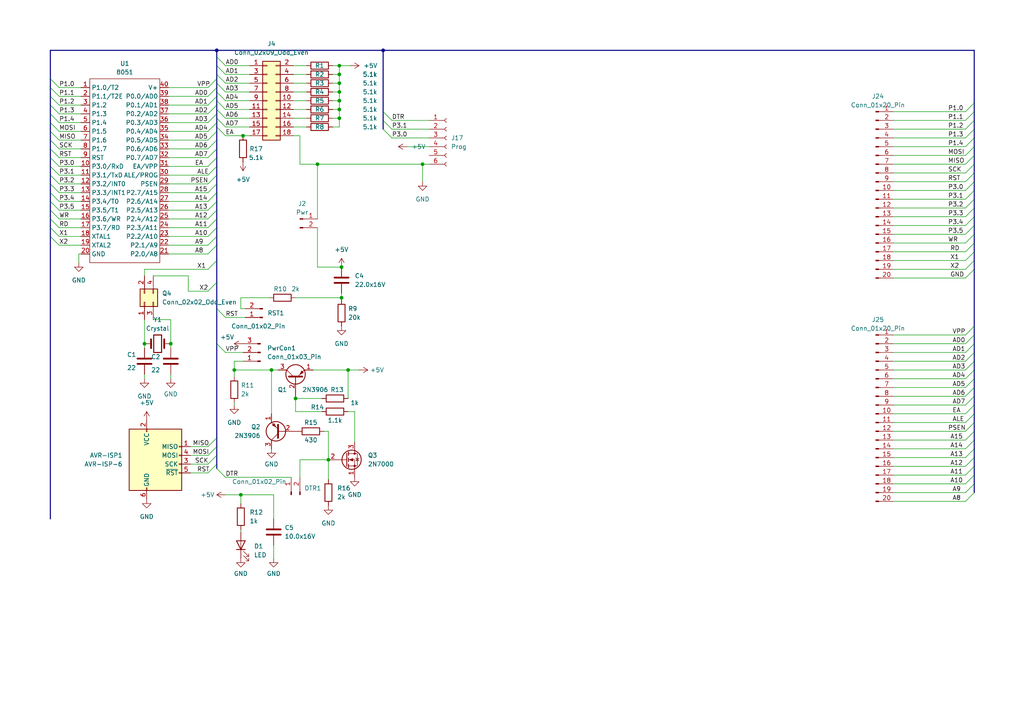
<source format=kicad_sch>
(kicad_sch (version 20250114) (generator "eeschema") (generator_version "9.0")
  (paper "A4")
  (lib_symbols
    (symbol "Connector:AVR-ISP-6" (pin_names (offset 1.016))
      (property "Reference" "J" (at -6.35 11.43 0))
      (property "Value" "AVR-ISP-6" (at 0 11.43 0))
      (symbol "AVR-ISP-6_1_1"
        (pin passive line (at -2.54 12.7 270) (length 2.54) (name "VCC") (number "2"))
        (pin passive line (at -2.54 -10.16 90) (length 2.54) (name "GND") (number "6"))
        (pin passive line (at 10.16 5.08 180) (length 2.54) (name "MISO") (number "1"))
        (pin passive line (at 10.16 2.54 180) (length 2.54) (name "MOSI") (number "4"))
        (pin passive line (at 10.16 0 180) (length 2.54) (name "SCK") (number "3"))
        (pin passive line (at 10.16 -2.54 180) (length 2.54) (name "~{RST}") (number "5"))
      )
    )
    (symbol "Connector:Conn_01x02_Pin" (pin_names (offset 1.016) (hide yes))
      (property "Reference" "J" (at 0 2.54 0))
      (property "Value" "Conn_01x02_Pin" (at 0 -5.08 0))
      (symbol "Conn_01x02_Pin_1_1"
        (pin passive line (at 5.08 0 180) (length 3.81) (name "Pin_1") (number "1"))
        (pin passive line (at 5.08 -2.54 180) (length 3.81) (name "Pin_2") (number "2"))
      )
    )
    (symbol "Connector:Conn_01x03_Pin" (pin_names (offset 1.016) (hide yes))
      (property "Reference" "J" (at 0 5.08 0))
      (property "Value" "Conn_01x03_Pin" (at 0 -5.08 0))
      (symbol "Conn_01x03_Pin_1_1"
        (pin passive line (at 5.08 2.54 180) (length 3.81) (name "Pin_1") (number "1"))
        (pin passive line (at 5.08 0 180) (length 3.81) (name "Pin_2") (number "2"))
        (pin passive line (at 5.08 -2.54 180) (length 3.81) (name "Pin_3") (number "3"))
      )
    )
    (symbol "Connector:Conn_01x06_Socket" (pin_names (offset 1.016) (hide yes))
      (property "Reference" "J" (at 0 7.62 0))
      (property "Value" "Conn_01x06_Socket" (at 0 -10.16 0))
      (symbol "Conn_01x06_Socket_1_1"
        (pin passive line (at -5.08 5.08 0) (length 3.81) (name "Pin_1") (number "1"))
        (pin passive line (at -5.08 2.54 0) (length 3.81) (name "Pin_2") (number "2"))
        (pin passive line (at -5.08 0 0) (length 3.81) (name "Pin_3") (number "3"))
        (pin passive line (at -5.08 -2.54 0) (length 3.81) (name "Pin_4") (number "4"))
        (pin passive line (at -5.08 -5.08 0) (length 3.81) (name "Pin_5") (number "5"))
        (pin passive line (at -5.08 -7.62 0) (length 3.81) (name "Pin_6") (number "6"))
      )
    )
    (symbol "Connector:Conn_01x20_Pin" (pin_names (offset 1.016) (hide yes))
      (property "Reference" "J" (at 0 25.4 0))
      (property "Value" "Conn_01x20_Pin" (at 0 -27.94 0))
      (symbol "Conn_01x20_Pin_1_1"
        (pin passive line (at 5.08 22.86 180) (length 3.81) (name "Pin_1") (number "1"))
        (pin passive line (at 5.08 20.32 180) (length 3.81) (name "Pin_2") (number "2"))
        (pin passive line (at 5.08 17.78 180) (length 3.81) (name "Pin_3") (number "3"))
        (pin passive line (at 5.08 15.24 180) (length 3.81) (name "Pin_4") (number "4"))
        (pin passive line (at 5.08 12.7 180) (length 3.81) (name "Pin_5") (number "5"))
        (pin passive line (at 5.08 10.16 180) (length 3.81) (name "Pin_6") (number "6"))
        (pin passive line (at 5.08 7.62 180) (length 3.81) (name "Pin_7") (number "7"))
        (pin passive line (at 5.08 5.08 180) (length 3.81) (name "Pin_8") (number "8"))
        (pin passive line (at 5.08 2.54 180) (length 3.81) (name "Pin_9") (number "9"))
        (pin passive line (at 5.08 0 180) (length 3.81) (name "Pin_10") (number "10"))
        (pin passive line (at 5.08 -2.54 180) (length 3.81) (name "Pin_11") (number "11"))
        (pin passive line (at 5.08 -5.08 180) (length 3.81) (name "Pin_12") (number "12"))
        (pin passive line (at 5.08 -7.62 180) (length 3.81) (name "Pin_13") (number "13"))
        (pin passive line (at 5.08 -10.16 180) (length 3.81) (name "Pin_14") (number "14"))
        (pin passive line (at 5.08 -12.7 180) (length 3.81) (name "Pin_15") (number "15"))
        (pin passive line (at 5.08 -15.24 180) (length 3.81) (name "Pin_16") (number "16"))
        (pin passive line (at 5.08 -17.78 180) (length 3.81) (name "Pin_17") (number "17"))
        (pin passive line (at 5.08 -20.32 180) (length 3.81) (name "Pin_18") (number "18"))
        (pin passive line (at 5.08 -22.86 180) (length 3.81) (name "Pin_19") (number "19"))
        (pin passive line (at 5.08 -25.4 180) (length 3.81) (name "Pin_20") (number "20"))
      )
    )
    (symbol "Connector_Generic:Conn_02x02_Odd_Even" (pin_names (offset 1.016) (hide yes))
      (property "Reference" "J" (at 1.27 2.54 0))
      (property "Value" "Conn_02x02_Odd_Even" (at 1.27 -5.08 0))
      (symbol "Conn_02x02_Odd_Even_1_1"
        (pin passive line (at -5.08 0 0) (length 3.81) (name "Pin_1") (number "1"))
        (pin passive line (at -5.08 -2.54 0) (length 3.81) (name "Pin_3") (number "3"))
        (pin passive line (at 7.62 0 180) (length 3.81) (name "Pin_2") (number "2"))
        (pin passive line (at 7.62 -2.54 180) (length 3.81) (name "Pin_4") (number "4"))
      )
    )
    (symbol "Connector_Generic:Conn_02x09_Odd_Even" (pin_names (offset 1.016) (hide yes))
      (property "Reference" "J" (at 1.27 12.7 0))
      (property "Value" "Conn_02x09_Odd_Even" (at 1.27 -12.7 0))
      (symbol "Conn_02x09_Odd_Even_1_1"
        (pin passive line (at -5.08 10.16 0) (length 3.81) (name "Pin_1") (number "1"))
        (pin passive line (at -5.08 7.62 0) (length 3.81) (name "Pin_3") (number "3"))
        (pin passive line (at -5.08 5.08 0) (length 3.81) (name "Pin_5") (number "5"))
        (pin passive line (at -5.08 2.54 0) (length 3.81) (name "Pin_7") (number "7"))
        (pin passive line (at -5.08 0 0) (length 3.81) (name "Pin_9") (number "9"))
        (pin passive line (at -5.08 -2.54 0) (length 3.81) (name "Pin_11") (number "11"))
        (pin passive line (at -5.08 -5.08 0) (length 3.81) (name "Pin_13") (number "13"))
        (pin passive line (at -5.08 -7.62 0) (length 3.81) (name "Pin_15") (number "15"))
        (pin passive line (at -5.08 -10.16 0) (length 3.81) (name "Pin_17") (number "17"))
        (pin passive line (at 7.62 10.16 180) (length 3.81) (name "Pin_2") (number "2"))
        (pin passive line (at 7.62 7.62 180) (length 3.81) (name "Pin_4") (number "4"))
        (pin passive line (at 7.62 5.08 180) (length 3.81) (name "Pin_6") (number "6"))
        (pin passive line (at 7.62 2.54 180) (length 3.81) (name "Pin_8") (number "8"))
        (pin passive line (at 7.62 0 180) (length 3.81) (name "Pin_10") (number "10"))
        (pin passive line (at 7.62 -2.54 180) (length 3.81) (name "Pin_12") (number "12"))
        (pin passive line (at 7.62 -5.08 180) (length 3.81) (name "Pin_14") (number "14"))
        (pin passive line (at 7.62 -7.62 180) (length 3.81) (name "Pin_16") (number "16"))
        (pin passive line (at 7.62 -10.16 180) (length 3.81) (name "Pin_18") (number "18"))
      )
    )
    (symbol "Device:C" (pin_numbers (hide yes)) (pin_names (offset 0.254))
      (property "Reference" "C" (at 0.635 2.54 0))
      (property "Value" "C" (at 0.635 -2.54 0))
      (symbol "C_1_1"
        (pin passive line (at 0 3.81 270) (length 2.794) (name "~") (number "1"))
        (pin passive line (at 0 -3.81 90) (length 2.794) (name "~") (number "2"))
      )
    )
    (symbol "Device:Crystal" (pin_numbers (hide yes)) (pin_names (offset 1.016) (hide yes))
      (property "Reference" "Y" (at 0 3.81 0))
      (property "Value" "Crystal" (at 0 -3.81 0))
      (symbol "Crystal_1_1"
        (pin passive line (at -3.81 0 0) (length 1.27) (name "1") (number "1"))
        (pin passive line (at 3.81 0 180) (length 1.27) (name "2") (number "2"))
      )
    )
    (symbol "Device:LED" (pin_numbers (hide yes)) (pin_names (offset 1.016) (hide yes))
      (property "Reference" "D" (at 0 2.54 0))
      (property "Value" "LED" (at 0 -2.54 0))
      (symbol "LED_1_1"
        (pin passive line (at -3.81 0 0) (length 2.54) (name "K") (number "1"))
        (pin passive line (at 3.81 0 180) (length 2.54) (name "A") (number "2"))
      )
    )
    (symbol "Device:R" (pin_numbers (hide yes)) (pin_names (offset 0))
      (property "Reference" "R" (at 2.032 0 90))
      (property "Value" "R" (at 0 0 90))
      (symbol "R_1_1"
        (pin passive line (at 0 3.81 270) (length 1.27) (name "~") (number "1"))
        (pin passive line (at 0 -3.81 90) (length 1.27) (name "~") (number "2"))
      )
    )
    (symbol "Transistor_BJT:2N3906" (pin_names (offset 0) (hide yes))
      (property "Reference" "Q" (at 5.08 1.905 0))
      (property "Value" "2N3906" (at 5.08 0 0))
      (symbol "2N3906_1_1"
        (pin input line (at -5.08 0 0) (length 5.715) (name "B") (number "2"))
        (pin passive line (at 2.54 5.08 270) (length 2.54) (name "C") (number "3"))
        (pin passive line (at 2.54 -5.08 90) (length 2.54) (name "E") (number "1"))
      )
    )
    (symbol "Transistor_FET:2N7000" (pin_names (hide yes))
      (property "Reference" "Q" (at 5.08 1.905 0))
      (property "Value" "2N7000" (at 5.08 0 0))
      (symbol "2N7000_1_1"
        (pin input line (at -5.08 0 0) (length 2.54) (name "G") (number "2"))
        (pin passive line (at 2.54 5.08 270) (length 2.54) (name "D") (number "3"))
        (pin passive line (at 2.54 -5.08 90) (length 2.54) (name "S") (number "1"))
      )
    )
    (symbol "dmitriy:8051_classic"
      (property "Reference" "U" (at 0 0 0))
      (property "Value" "8051" (at 0 0 0))
      (symbol "8051_classic_1_1"
        (pin bidirectional line (at -12.7 20.32 0) (length 2.54) (name "P1.0/T2") (number "1"))
        (pin bidirectional line (at -12.7 17.78 0) (length 2.54) (name "P1.1/T2E") (number "2"))
        (pin bidirectional line (at -12.7 15.24 0) (length 2.54) (name "P1.2") (number "3"))
        (pin bidirectional line (at -12.7 12.7 0) (length 2.54) (name "P1.3") (number "4"))
        (pin bidirectional line (at -12.7 10.16 0) (length 2.54) (name "P1.4") (number "5"))
        (pin bidirectional line (at -12.7 7.62 0) (length 2.54) (name "P1.5") (number "6"))
        (pin bidirectional line (at -12.7 5.08 0) (length 2.54) (name "P1.6") (number "7"))
        (pin bidirectional line (at -12.7 2.54 0) (length 2.54) (name "P1.7") (number "8"))
        (pin input line (at -12.7 0 0) (length 2.54) (name "RST") (number "9"))
        (pin bidirectional line (at -12.7 -2.54 0) (length 2.54) (name "P3.0/RxD") (number "10"))
        (pin bidirectional line (at -12.7 -5.08 0) (length 2.54) (name "P3.1/TxD") (number "11"))
        (pin bidirectional line (at -12.7 -7.62 0) (length 2.54) (name "P3.2/INT0") (number "12"))
        (pin bidirectional line (at -12.7 -10.16 0) (length 2.54) (name "P3.3/INT1") (number "13"))
        (pin bidirectional line (at -12.7 -12.7 0) (length 2.54) (name "P3.4/T0") (number "14"))
        (pin bidirectional line (at -12.7 -15.24 0) (length 2.54) (name "P3.5/T1") (number "15"))
        (pin bidirectional line (at -12.7 -17.78 0) (length 2.54) (name "P3.6/WR") (number "16"))
        (pin bidirectional line (at -12.7 -20.32 0) (length 2.54) (name "P3.7/RD") (number "17"))
        (pin passive line (at -12.7 -22.86 0) (length 2.54) (name "XTAL1") (number "18"))
        (pin passive line (at -12.7 -25.4 0) (length 2.54) (name "XTAL2") (number "19"))
        (pin power_in line (at -12.7 -27.94 0) (length 2.54) (name "GND") (number "20"))
        (pin power_in line (at 12.7 20.32 180) (length 2.54) (name "V+") (number "40"))
        (pin bidirectional line (at 12.7 17.78 180) (length 2.54) (name "P0.0/AD0") (number "39"))
        (pin bidirectional line (at 12.7 15.24 180) (length 2.54) (name "P0.1/AD1") (number "38"))
        (pin bidirectional line (at 12.7 12.7 180) (length 2.54) (name "P0.2/AD2") (number "37"))
        (pin bidirectional line (at 12.7 10.16 180) (length 2.54) (name "P0.3/AD3") (number "36"))
        (pin bidirectional line (at 12.7 7.62 180) (length 2.54) (name "P0.4/AD4") (number "35"))
        (pin bidirectional line (at 12.7 5.08 180) (length 2.54) (name "P0.5/AD5") (number "34"))
        (pin bidirectional line (at 12.7 2.54 180) (length 2.54) (name "P0.6/AD6") (number "33"))
        (pin bidirectional line (at 12.7 0 180) (length 2.54) (name "P0.7/AD7") (number "32"))
        (pin input line (at 12.7 -2.54 180) (length 2.54) (name "EA/VPP") (number "31"))
        (pin bidirectional line (at 12.7 -5.08 180) (length 2.54) (name "ALE/PROG") (number "30"))
        (pin input line (at 12.7 -7.62 180) (length 2.54) (name "PSEN") (number "29"))
        (pin bidirectional line (at 12.7 -10.16 180) (length 2.54) (name "P2.7/A15") (number "28"))
        (pin bidirectional line (at 12.7 -12.7 180) (length 2.54) (name "P2.6/A14") (number "27"))
        (pin bidirectional line (at 12.7 -15.24 180) (length 2.54) (name "P2.5/A13") (number "26"))
        (pin bidirectional line (at 12.7 -17.78 180) (length 2.54) (name "P2.4/A12") (number "25"))
        (pin bidirectional line (at 12.7 -20.32 180) (length 2.54) (name "P2.3/A11") (number "24"))
        (pin bidirectional line (at 12.7 -22.86 180) (length 2.54) (name "P2.2/A10") (number "23"))
        (pin bidirectional line (at 12.7 -25.4 180) (length 2.54) (name "P2.1/A9") (number "22"))
        (pin bidirectional line (at 12.7 -27.94 180) (length 2.54) (name "P2.0/A8") (number "21"))
      )
    )
    (symbol "power:+5V" (power) (pin_names (offset 0))
      (property "Value" "+5V" (at 0 3.556 0))
      (symbol "+5V_1_1"
        (pin power_in line (at 0 0 90) (length 0) (hide yes) (name "+5V") (number "1"))
      )
    )
    (symbol "power:GND" (power) (pin_names (offset 0))
      (property "Value" "GND" (at 0 -3.81 0))
      (symbol "GND_1_1"
        (pin power_in line (at 0 0 270) (length 0) (hide yes) (name "GND") (number "1"))
      )
    )
  )
  (junction (at 122.555 47.625))
  (junction (at 98.425 29.21))
  (junction (at 85.725 115.57))
  (junction (at 98.425 19.05))
  (junction (at 69.85 143.51))
  (junction (at 95.25 133.35))
  (junction (at 98.425 26.67))
  (junction (at 99.06 77.47))
  (junction (at 62.865 14.605))
  (junction (at 100.965 107.315))
  (junction (at 92.075 47.625))
  (junction (at 98.425 21.59))
  (junction (at 49.53 99.695))
  (junction (at 99.06 86.36))
  (junction (at 70.485 39.37))
  (junction (at 78.74 107.315))
  (junction (at 98.425 34.29))
  (junction (at 111.125 14.605))
  (junction (at 67.945 107.315))
  (junction (at 98.425 31.75))
  (junction (at 41.91 99.695))
  (junction (at 98.425 24.13))
  (bus_entry (at 14.605 40.64) (size 2.54 2.54))
  (bus_entry (at 14.605 33.02) (size 2.54 2.54))
  (bus_entry (at 280.035 102.235) (size 2.54 -2.54))
  (bus_entry (at 280.035 117.475) (size 2.54 -2.54))
  (bus_entry (at 60.325 40.64) (size 2.54 -2.54))
  (bus_entry (at 60.325 84.455) (size 2.54 -2.54))
  (bus_entry (at 62.865 89.535) (size 2.54 2.54))
  (bus_entry (at 60.325 58.42) (size 2.54 -2.54))
  (bus_entry (at 60.325 68.58) (size 2.54 -2.54))
  (bus_entry (at 65.405 26.67) (size -2.54 -2.54))
  (bus_entry (at 60.325 129.54) (size 2.54 -2.54))
  (bus_entry (at 60.325 137.16) (size 2.54 -2.54))
  (bus_entry (at 14.605 25.4) (size 2.54 2.54))
  (bus_entry (at 14.605 53.34) (size 2.54 2.54))
  (bus_entry (at 60.325 38.1) (size 2.54 -2.54))
  (bus_entry (at 280.035 60.325) (size 2.54 -2.54))
  (bus_entry (at 14.605 50.8) (size 2.54 2.54))
  (bus_entry (at 280.035 114.935) (size 2.54 -2.54))
  (bus_entry (at 60.325 71.12) (size 2.54 -2.54))
  (bus_entry (at 60.325 66.04) (size 2.54 -2.54))
  (bus_entry (at 65.405 34.29) (size -2.54 -2.54))
  (bus_entry (at 280.035 97.155) (size 2.54 -2.54))
  (bus_entry (at 60.325 55.88) (size 2.54 -2.54))
  (bus_entry (at 65.405 19.05) (size -2.54 -2.54))
  (bus_entry (at 280.035 42.545) (size 2.54 -2.54))
  (bus_entry (at 280.035 122.555) (size 2.54 -2.54))
  (bus_entry (at 280.035 142.875) (size 2.54 -2.54))
  (bus_entry (at 62.865 99.695) (size 2.54 2.54))
  (bus_entry (at 280.035 57.785) (size 2.54 -2.54))
  (bus_entry (at 280.035 55.245) (size 2.54 -2.54))
  (bus_entry (at 65.405 31.75) (size -2.54 -2.54))
  (bus_entry (at 60.325 35.56) (size 2.54 -2.54))
  (bus_entry (at 60.325 53.34) (size 2.54 -2.54))
  (bus_entry (at 280.035 104.775) (size 2.54 -2.54))
  (bus_entry (at 14.605 22.86) (size 2.54 2.54))
  (bus_entry (at 60.325 33.02) (size 2.54 -2.54))
  (bus_entry (at 60.325 134.62) (size 2.54 -2.54))
  (bus_entry (at 280.035 140.335) (size 2.54 -2.54))
  (bus_entry (at 60.325 73.66) (size 2.54 -2.54))
  (bus_entry (at 280.035 52.705) (size 2.54 -2.54))
  (bus_entry (at 17.145 66.04) (size -2.54 -2.54))
  (bus_entry (at 280.035 70.485) (size 2.54 -2.54))
  (bus_entry (at 280.035 132.715) (size 2.54 -2.54))
  (bus_entry (at 17.145 48.26) (size -2.54 -2.54))
  (bus_entry (at 280.035 125.095) (size 2.54 -2.54))
  (bus_entry (at 60.325 48.26) (size 2.54 -2.54))
  (bus_entry (at 280.035 112.395) (size 2.54 -2.54))
  (bus_entry (at 14.605 27.94) (size 2.54 2.54))
  (bus_entry (at 111.125 37.465) (size 2.54 2.54))
  (bus_entry (at 14.605 58.42) (size 2.54 2.54))
  (bus_entry (at 280.035 65.405) (size 2.54 -2.54))
  (bus_entry (at 280.035 47.625) (size 2.54 -2.54))
  (bus_entry (at 280.035 107.315) (size 2.54 -2.54))
  (bus_entry (at 14.605 55.88) (size 2.54 2.54))
  (bus_entry (at 65.405 24.13) (size -2.54 -2.54))
  (bus_entry (at 60.325 27.94) (size 2.54 -2.54))
  (bus_entry (at 62.865 135.89) (size 2.54 2.54))
  (bus_entry (at 280.035 137.795) (size 2.54 -2.54))
  (bus_entry (at 280.035 34.925) (size 2.54 -2.54))
  (bus_entry (at 17.145 68.58) (size -2.54 -2.54))
  (bus_entry (at 17.145 63.5) (size -2.54 -2.54))
  (bus_entry (at 280.035 99.695) (size 2.54 -2.54))
  (bus_entry (at 60.325 30.48) (size 2.54 -2.54))
  (bus_entry (at 280.035 145.415) (size 2.54 -2.54))
  (bus_entry (at 280.035 37.465) (size 2.54 -2.54))
  (bus_entry (at 280.035 130.175) (size 2.54 -2.54))
  (bus_entry (at 280.035 50.165) (size 2.54 -2.54))
  (bus_entry (at 60.325 78.105) (size 2.54 -2.54))
  (bus_entry (at 60.325 25.4) (size 2.54 -2.54))
  (bus_entry (at 65.405 29.21) (size -2.54 -2.54))
  (bus_entry (at 60.325 43.18) (size 2.54 -2.54))
  (bus_entry (at 280.035 67.945) (size 2.54 -2.54))
  (bus_entry (at 14.605 30.48) (size 2.54 2.54))
  (bus_entry (at 280.035 73.025) (size 2.54 -2.54))
  (bus_entry (at 65.405 21.59) (size -2.54 -2.54))
  (bus_entry (at 280.035 32.385) (size 2.54 -2.54))
  (bus_entry (at 280.035 45.085) (size 2.54 -2.54))
  (bus_entry (at 280.035 78.105) (size 2.54 -2.54))
  (bus_entry (at 60.325 45.72) (size 2.54 -2.54))
  (bus_entry (at 280.035 127.635) (size 2.54 -2.54))
  (bus_entry (at 17.145 71.12) (size -2.54 -2.54))
  (bus_entry (at 280.035 75.565) (size 2.54 -2.54))
  (bus_entry (at 280.035 120.015) (size 2.54 -2.54))
  (bus_entry (at 111.125 34.925) (size 2.54 2.54))
  (bus_entry (at 280.035 135.255) (size 2.54 -2.54))
  (bus_entry (at 14.605 35.56) (size 2.54 2.54))
  (bus_entry (at 62.865 36.83) (size 2.54 2.54))
  (bus_entry (at 17.145 50.8) (size -2.54 -2.54))
  (bus_entry (at 280.035 40.005) (size 2.54 -2.54))
  (bus_entry (at 65.405 36.83) (size -2.54 -2.54))
  (bus_entry (at 60.325 60.96) (size 2.54 -2.54))
  (bus_entry (at 17.145 45.72) (size -2.54 -2.54))
  (bus_entry (at 60.325 63.5) (size 2.54 -2.54))
  (bus_entry (at 60.325 132.08) (size 2.54 -2.54))
  (bus_entry (at 280.035 62.865) (size 2.54 -2.54))
  (bus_entry (at 280.035 109.855) (size 2.54 -2.54))
  (bus_entry (at 14.605 38.1) (size 2.54 2.54))
  (bus_entry (at 60.325 50.8) (size 2.54 -2.54))
  (bus_entry (at 111.125 32.385) (size 2.54 2.54))
  (bus_entry (at 280.035 80.645) (size 2.54 -2.54))
  (bus (pts (xy 62.865 58.42) (xy 62.865 55.88)))
  (bus (pts (xy 282.575 102.235) (xy 282.575 104.775)))
  (wire (pts (xy 85.09 36.83) (xy 88.9 36.83)))
  (bus (pts (xy 62.865 58.42) (xy 62.865 60.96)))
  (wire (pts (xy 48.895 63.5) (xy 60.325 63.5)))
  (bus (pts (xy 62.865 134.62) (xy 62.865 135.89)))
  (bus (pts (xy 282.575 117.475) (xy 282.575 120.015)))
  (wire (pts (xy 65.405 138.43) (xy 84.455 138.43)))
  (bus (pts (xy 282.575 112.395) (xy 282.575 114.935)))
  (wire (pts (xy 17.145 53.34) (xy 23.495 53.34)))
  (bus (pts (xy 62.865 68.58) (xy 62.865 71.12)))
  (wire (pts (xy 85.09 34.29) (xy 88.9 34.29)))
  (wire (pts (xy 259.08 117.475) (xy 280.035 117.475)))
  (wire (pts (xy 48.895 38.1) (xy 60.325 38.1)))
  (wire (pts (xy 67.945 117.475) (xy 67.945 116.84)))
  (wire (pts (xy 259.08 102.235) (xy 280.035 102.235)))
  (bus (pts (xy 14.605 40.64) (xy 14.605 38.1)))
  (bus (pts (xy 282.575 32.385) (xy 282.575 34.925)))
  (bus (pts (xy 14.605 14.605) (xy 62.865 14.605)))
  (bus (pts (xy 282.575 140.335) (xy 282.575 142.875)))
  (bus (pts (xy 282.575 45.085) (xy 282.575 47.625)))
  (wire (pts (xy 48.895 66.04) (xy 60.325 66.04)))
  (bus (pts (xy 62.865 99.695) (xy 62.865 127)))
  (bus (pts (xy 282.575 42.545) (xy 282.575 45.085)))
  (wire (pts (xy 259.08 97.155) (xy 280.035 97.155)))
  (bus (pts (xy 111.125 32.385) (xy 111.125 34.925)))
  (wire (pts (xy 17.145 55.88) (xy 23.495 55.88)))
  (wire (pts (xy 48.895 45.72) (xy 60.325 45.72)))
  (bus (pts (xy 282.575 104.775) (xy 282.575 107.315)))
  (wire (pts (xy 69.85 154.305) (xy 69.85 153.67)))
  (bus (pts (xy 111.125 14.605) (xy 111.125 32.385)))
  (bus (pts (xy 62.865 40.64) (xy 62.865 43.18)))
  (bus (pts (xy 62.865 21.59) (xy 62.865 19.05)))
  (wire (pts (xy 23.495 73.66) (xy 22.86 73.66)))
  (wire (pts (xy 65.405 21.59) (xy 72.39 21.59)))
  (bus (pts (xy 62.865 81.915) (xy 62.865 89.535)))
  (wire (pts (xy 41.91 99.695) (xy 41.91 100.965)))
  (bus (pts (xy 14.605 68.58) (xy 14.605 150.495)))
  (wire (pts (xy 259.08 47.625) (xy 280.035 47.625)))
  (bus (pts (xy 282.575 120.015) (xy 282.575 122.555)))
  (wire (pts (xy 85.09 29.21) (xy 88.9 29.21)))
  (wire (pts (xy 259.08 104.775) (xy 280.035 104.775)))
  (wire (pts (xy 100.965 107.315) (xy 90.805 107.315)))
  (bus (pts (xy 282.575 57.785) (xy 282.575 60.325)))
  (wire (pts (xy 92.075 77.47) (xy 99.06 77.47)))
  (wire (pts (xy 54.61 84.455) (xy 60.325 84.455)))
  (wire (pts (xy 259.08 73.025) (xy 280.035 73.025)))
  (wire (pts (xy 85.09 19.05) (xy 88.9 19.05)))
  (wire (pts (xy 48.895 73.66) (xy 60.325 73.66)))
  (wire (pts (xy 95.25 125.095) (xy 95.25 133.35)))
  (bus (pts (xy 14.605 22.86) (xy 14.605 14.605)))
  (wire (pts (xy 96.52 19.05) (xy 98.425 19.05)))
  (wire (pts (xy 98.425 31.75) (xy 98.425 34.29)))
  (wire (pts (xy 17.145 60.96) (xy 23.495 60.96)))
  (wire (pts (xy 259.08 140.335) (xy 280.035 140.335)))
  (wire (pts (xy 95.25 133.35) (xy 86.995 133.35)))
  (bus (pts (xy 14.605 25.4) (xy 14.605 22.86)))
  (wire (pts (xy 93.98 125.095) (xy 95.25 125.095)))
  (wire (pts (xy 259.08 120.015) (xy 280.035 120.015)))
  (wire (pts (xy 22.86 73.66) (xy 22.86 76.2)))
  (wire (pts (xy 65.405 34.29) (xy 72.39 34.29)))
  (wire (pts (xy 48.895 30.48) (xy 60.325 30.48)))
  (wire (pts (xy 55.245 132.08) (xy 60.325 132.08)))
  (bus (pts (xy 62.865 35.56) (xy 62.865 36.83)))
  (wire (pts (xy 48.895 50.8) (xy 60.325 50.8)))
  (wire (pts (xy 65.405 39.37) (xy 70.485 39.37)))
  (bus (pts (xy 62.865 89.535) (xy 62.865 99.695)))
  (bus (pts (xy 62.865 33.02) (xy 62.865 34.29)))
  (wire (pts (xy 259.08 32.385) (xy 280.035 32.385)))
  (wire (pts (xy 17.145 35.56) (xy 23.495 35.56)))
  (bus (pts (xy 282.575 37.465) (xy 282.575 40.005)))
  (wire (pts (xy 41.91 78.105) (xy 41.91 80.01)))
  (wire (pts (xy 92.075 47.625) (xy 86.995 47.625)))
  (wire (pts (xy 79.375 161.925) (xy 79.375 158.115)))
  (bus (pts (xy 14.605 53.34) (xy 14.605 50.8)))
  (bus (pts (xy 62.865 22.86) (xy 62.865 21.59)))
  (bus (pts (xy 62.865 27.94) (xy 62.865 29.21)))
  (wire (pts (xy 17.145 33.02) (xy 23.495 33.02)))
  (wire (pts (xy 49.53 109.855) (xy 49.53 108.585)))
  (bus (pts (xy 282.575 122.555) (xy 282.575 125.095)))
  (wire (pts (xy 69.85 86.36) (xy 78.105 86.36)))
  (bus (pts (xy 62.865 60.96) (xy 62.865 63.5)))
  (wire (pts (xy 92.075 66.04) (xy 92.075 77.47)))
  (wire (pts (xy 48.895 60.96) (xy 60.325 60.96)))
  (wire (pts (xy 65.405 31.75) (xy 72.39 31.75)))
  (bus (pts (xy 62.865 14.605) (xy 62.865 16.51)))
  (wire (pts (xy 113.665 34.925) (xy 124.46 34.925)))
  (bus (pts (xy 282.575 125.095) (xy 282.575 127.635)))
  (bus (pts (xy 62.865 55.88) (xy 62.865 53.34)))
  (wire (pts (xy 259.08 40.005) (xy 280.035 40.005)))
  (wire (pts (xy 85.09 21.59) (xy 88.9 21.59)))
  (wire (pts (xy 48.895 27.94) (xy 60.325 27.94)))
  (wire (pts (xy 17.145 43.18) (xy 23.495 43.18)))
  (wire (pts (xy 17.145 30.48) (xy 23.495 30.48)))
  (wire (pts (xy 259.08 109.855) (xy 280.035 109.855)))
  (bus (pts (xy 62.865 29.21) (xy 62.865 30.48)))
  (wire (pts (xy 259.08 70.485) (xy 280.035 70.485)))
  (wire (pts (xy 17.145 50.8) (xy 23.495 50.8)))
  (wire (pts (xy 65.405 29.21) (xy 72.39 29.21)))
  (wire (pts (xy 259.08 42.545) (xy 280.035 42.545)))
  (bus (pts (xy 62.865 36.83) (xy 62.865 38.1)))
  (wire (pts (xy 259.08 55.245) (xy 280.035 55.245)))
  (wire (pts (xy 95.25 133.35) (xy 95.25 139.065)))
  (wire (pts (xy 85.725 119.38) (xy 85.725 115.57)))
  (bus (pts (xy 62.865 132.08) (xy 62.865 134.62)))
  (bus (pts (xy 282.575 132.715) (xy 282.575 135.255)))
  (wire (pts (xy 85.725 115.57) (xy 85.725 114.935)))
  (wire (pts (xy 259.08 45.085) (xy 280.035 45.085)))
  (wire (pts (xy 48.895 43.18) (xy 60.325 43.18)))
  (wire (pts (xy 17.145 63.5) (xy 23.495 63.5)))
  (wire (pts (xy 17.145 68.58) (xy 23.495 68.58)))
  (wire (pts (xy 96.52 34.29) (xy 98.425 34.29)))
  (wire (pts (xy 259.08 67.945) (xy 280.035 67.945)))
  (wire (pts (xy 48.895 40.64) (xy 60.325 40.64)))
  (bus (pts (xy 282.575 75.565) (xy 282.575 78.105)))
  (bus (pts (xy 282.575 40.005) (xy 282.575 42.545)))
  (wire (pts (xy 96.52 21.59) (xy 98.425 21.59)))
  (bus (pts (xy 282.575 73.025) (xy 282.575 75.565)))
  (wire (pts (xy 122.555 47.625) (xy 122.555 52.705)))
  (wire (pts (xy 48.895 48.26) (xy 60.325 48.26)))
  (wire (pts (xy 17.145 40.64) (xy 23.495 40.64)))
  (wire (pts (xy 259.08 80.645) (xy 280.035 80.645)))
  (wire (pts (xy 17.145 66.04) (xy 23.495 66.04)))
  (bus (pts (xy 14.605 60.96) (xy 14.605 58.42)))
  (wire (pts (xy 259.08 78.105) (xy 280.035 78.105)))
  (wire (pts (xy 96.52 29.21) (xy 98.425 29.21)))
  (wire (pts (xy 259.08 107.315) (xy 280.035 107.315)))
  (wire (pts (xy 104.14 107.315) (xy 100.965 107.315)))
  (bus (pts (xy 62.865 71.12) (xy 62.865 75.565)))
  (wire (pts (xy 102.87 119.38) (xy 100.965 119.38)))
  (wire (pts (xy 122.555 47.625) (xy 92.075 47.625)))
  (bus (pts (xy 62.865 45.72) (xy 62.865 48.26)))
  (bus (pts (xy 62.865 53.34) (xy 62.865 50.8)))
  (wire (pts (xy 259.08 60.325) (xy 280.035 60.325)))
  (wire (pts (xy 70.485 104.775) (xy 67.945 104.775)))
  (wire (pts (xy 69.85 143.51) (xy 79.375 143.51)))
  (wire (pts (xy 259.08 130.175) (xy 280.035 130.175)))
  (wire (pts (xy 96.52 24.13) (xy 98.425 24.13)))
  (bus (pts (xy 62.865 22.86) (xy 62.865 24.13)))
  (wire (pts (xy 85.09 31.75) (xy 88.9 31.75)))
  (bus (pts (xy 282.575 114.935) (xy 282.575 117.475)))
  (wire (pts (xy 17.145 71.12) (xy 23.495 71.12)))
  (wire (pts (xy 48.895 55.88) (xy 60.325 55.88)))
  (wire (pts (xy 96.52 26.67) (xy 98.425 26.67)))
  (bus (pts (xy 282.575 99.695) (xy 282.575 102.235)))
  (bus (pts (xy 282.575 109.855) (xy 282.575 112.395)))
  (wire (pts (xy 259.08 145.415) (xy 280.035 145.415)))
  (bus (pts (xy 62.865 34.29) (xy 62.865 35.56)))
  (bus (pts (xy 14.605 35.56) (xy 14.605 33.02)))
  (wire (pts (xy 48.895 35.56) (xy 60.325 35.56)))
  (bus (pts (xy 282.575 70.485) (xy 282.575 73.025)))
  (wire (pts (xy 65.405 143.51) (xy 69.85 143.51)))
  (bus (pts (xy 282.575 107.315) (xy 282.575 109.855)))
  (bus (pts (xy 282.575 29.845) (xy 282.575 32.385)))
  (bus (pts (xy 282.575 47.625) (xy 282.575 50.165)))
  (wire (pts (xy 99.06 85.09) (xy 99.06 86.36)))
  (wire (pts (xy 49.53 100.965) (xy 49.53 99.695)))
  (wire (pts (xy 98.425 19.05) (xy 98.425 21.59)))
  (wire (pts (xy 92.075 47.625) (xy 92.075 63.5)))
  (wire (pts (xy 98.425 29.21) (xy 98.425 31.75)))
  (bus (pts (xy 14.605 43.18) (xy 14.605 40.64)))
  (bus (pts (xy 111.125 14.605) (xy 282.575 14.605)))
  (wire (pts (xy 259.08 135.255) (xy 280.035 135.255)))
  (wire (pts (xy 69.85 89.535) (xy 69.85 86.36)))
  (wire (pts (xy 259.08 125.095) (xy 280.035 125.095)))
  (bus (pts (xy 14.605 50.8) (xy 14.605 48.26)))
  (bus (pts (xy 62.865 129.54) (xy 62.865 132.08)))
  (wire (pts (xy 85.09 24.13) (xy 88.9 24.13)))
  (bus (pts (xy 282.575 50.165) (xy 282.575 52.705)))
  (bus (pts (xy 282.575 137.795) (xy 282.575 140.335)))
  (bus (pts (xy 14.605 30.48) (xy 14.605 27.94)))
  (wire (pts (xy 113.665 40.005) (xy 124.46 40.005)))
  (wire (pts (xy 98.425 34.29) (xy 98.425 36.83)))
  (bus (pts (xy 14.605 58.42) (xy 14.605 55.88)))
  (wire (pts (xy 65.405 24.13) (xy 72.39 24.13)))
  (wire (pts (xy 101.6 19.05) (xy 98.425 19.05)))
  (wire (pts (xy 41.91 108.585) (xy 41.91 109.855)))
  (bus (pts (xy 282.575 62.865) (xy 282.575 65.405)))
  (wire (pts (xy 49.53 92.71) (xy 49.53 99.695)))
  (wire (pts (xy 48.895 68.58) (xy 60.325 68.58)))
  (wire (pts (xy 86.995 47.625) (xy 86.995 39.37)))
  (wire (pts (xy 79.375 143.51) (xy 79.375 150.495)))
  (wire (pts (xy 70.485 39.37) (xy 72.39 39.37)))
  (bus (pts (xy 62.865 25.4) (xy 62.865 26.67)))
  (wire (pts (xy 78.74 107.315) (xy 80.645 107.315)))
  (wire (pts (xy 85.09 26.67) (xy 88.9 26.67)))
  (wire (pts (xy 41.91 92.71) (xy 41.91 99.695)))
  (bus (pts (xy 282.575 60.325) (xy 282.575 62.865)))
  (wire (pts (xy 259.08 50.165) (xy 280.035 50.165)))
  (bus (pts (xy 62.865 63.5) (xy 62.865 66.04)))
  (bus (pts (xy 282.575 55.245) (xy 282.575 57.785)))
  (wire (pts (xy 99.06 86.36) (xy 99.06 86.995)))
  (bus (pts (xy 14.605 33.02) (xy 14.605 30.48)))
  (wire (pts (xy 98.425 26.67) (xy 98.425 29.21)))
  (bus (pts (xy 282.575 52.705) (xy 282.575 55.245)))
  (bus (pts (xy 14.605 55.88) (xy 14.605 53.34)))
  (wire (pts (xy 65.405 102.235) (xy 70.485 102.235)))
  (bus (pts (xy 62.865 14.605) (xy 111.125 14.605)))
  (bus (pts (xy 14.605 68.58) (xy 14.605 66.04)))
  (wire (pts (xy 259.08 52.705) (xy 280.035 52.705)))
  (bus (pts (xy 62.865 48.26) (xy 62.865 50.8)))
  (bus (pts (xy 62.865 127) (xy 62.865 129.54)))
  (wire (pts (xy 69.85 143.51) (xy 69.85 146.05)))
  (wire (pts (xy 259.08 65.405) (xy 280.035 65.405)))
  (wire (pts (xy 17.145 48.26) (xy 23.495 48.26)))
  (wire (pts (xy 86.995 133.35) (xy 86.995 138.43)))
  (wire (pts (xy 259.08 75.565) (xy 280.035 75.565)))
  (bus (pts (xy 62.865 24.13) (xy 62.865 25.4)))
  (wire (pts (xy 67.945 107.315) (xy 67.945 109.22)))
  (wire (pts (xy 86.995 39.37) (xy 85.09 39.37)))
  (wire (pts (xy 85.725 86.36) (xy 99.06 86.36)))
  (wire (pts (xy 118.11 42.545) (xy 124.46 42.545)))
  (bus (pts (xy 62.865 30.48) (xy 62.865 31.75)))
  (wire (pts (xy 113.665 37.465) (xy 124.46 37.465)))
  (wire (pts (xy 98.425 24.13) (xy 98.425 26.67)))
  (wire (pts (xy 55.245 134.62) (xy 60.325 134.62)))
  (wire (pts (xy 78.74 107.315) (xy 78.74 120.015)))
  (bus (pts (xy 62.865 26.67) (xy 62.865 27.94)))
  (wire (pts (xy 71.12 89.535) (xy 69.85 89.535)))
  (bus (pts (xy 282.575 130.175) (xy 282.575 132.715)))
  (bus (pts (xy 282.575 14.605) (xy 282.575 29.845)))
  (wire (pts (xy 65.405 19.05) (xy 72.39 19.05)))
  (bus (pts (xy 62.865 75.565) (xy 62.865 81.915)))
  (wire (pts (xy 54.61 80.01) (xy 54.61 84.455)))
  (bus (pts (xy 14.605 66.04) (xy 14.605 63.5)))
  (wire (pts (xy 259.08 57.785) (xy 280.035 57.785)))
  (bus (pts (xy 14.605 45.72) (xy 14.605 43.18)))
  (wire (pts (xy 48.895 58.42) (xy 60.325 58.42)))
  (wire (pts (xy 44.45 80.01) (xy 54.61 80.01)))
  (wire (pts (xy 55.245 129.54) (xy 60.325 129.54)))
  (wire (pts (xy 17.145 45.72) (xy 23.495 45.72)))
  (wire (pts (xy 44.45 92.71) (xy 49.53 92.71)))
  (wire (pts (xy 96.52 36.83) (xy 98.425 36.83)))
  (bus (pts (xy 282.575 97.155) (xy 282.575 99.695)))
  (wire (pts (xy 259.08 37.465) (xy 280.035 37.465)))
  (wire (pts (xy 93.345 115.57) (xy 85.725 115.57)))
  (bus (pts (xy 282.575 34.925) (xy 282.575 37.465)))
  (bus (pts (xy 62.865 16.51) (xy 62.865 19.05)))
  (wire (pts (xy 98.425 21.59) (xy 98.425 24.13)))
  (wire (pts (xy 259.08 112.395) (xy 280.035 112.395)))
  (wire (pts (xy 17.145 27.94) (xy 23.495 27.94)))
  (bus (pts (xy 111.125 34.925) (xy 111.125 37.465)))
  (wire (pts (xy 259.08 34.925) (xy 280.035 34.925)))
  (wire (pts (xy 67.945 107.315) (xy 78.74 107.315)))
  (wire (pts (xy 124.46 47.625) (xy 122.555 47.625)))
  (wire (pts (xy 259.08 142.875) (xy 280.035 142.875)))
  (wire (pts (xy 17.145 38.1) (xy 23.495 38.1)))
  (wire (pts (xy 41.91 78.105) (xy 60.325 78.105)))
  (wire (pts (xy 48.895 53.34) (xy 60.325 53.34)))
  (wire (pts (xy 65.405 36.83) (xy 72.39 36.83)))
  (wire (pts (xy 67.945 104.775) (xy 67.945 107.315)))
  (wire (pts (xy 259.08 62.865) (xy 280.035 62.865)))
  (wire (pts (xy 48.895 33.02) (xy 60.325 33.02)))
  (wire (pts (xy 93.345 119.38) (xy 85.725 119.38)))
  (bus (pts (xy 62.865 66.04) (xy 62.865 68.58)))
  (bus (pts (xy 282.575 94.615) (xy 282.575 97.155)))
  (wire (pts (xy 102.87 128.27) (xy 102.87 119.38)))
  (wire (pts (xy 100.965 107.315) (xy 100.965 115.57)))
  (bus (pts (xy 14.605 38.1) (xy 14.605 35.56)))
  (bus (pts (xy 62.865 40.64) (xy 62.865 38.1)))
  (bus (pts (xy 282.575 127.635) (xy 282.575 130.175)))
  (bus (pts (xy 62.865 31.75) (xy 62.865 33.02)))
  (wire (pts (xy 48.895 71.12) (xy 60.325 71.12)))
  (wire (pts (xy 65.405 92.075) (xy 71.12 92.075)))
  (wire (pts (xy 17.145 58.42) (xy 23.495 58.42)))
  (bus (pts (xy 14.605 63.5) (xy 14.605 60.96)))
  (wire (pts (xy 259.08 122.555) (xy 280.035 122.555)))
  (wire (pts (xy 65.405 26.67) (xy 72.39 26.67)))
  (bus (pts (xy 14.605 48.26) (xy 14.605 45.72)))
  (bus (pts (xy 282.575 78.105) (xy 282.575 94.615)))
  (wire (pts (xy 55.245 137.16) (xy 60.325 137.16)))
  (wire (pts (xy 259.08 127.635) (xy 280.035 127.635)))
  (wire (pts (xy 259.08 99.695) (xy 280.035 99.695)))
  (bus (pts (xy 14.605 27.94) (xy 14.605 25.4)))
  (bus (pts (xy 282.575 135.255) (xy 282.575 137.795)))
  (wire (pts (xy 259.08 114.935) (xy 280.035 114.935)))
  (wire (pts (xy 259.08 132.715) (xy 280.035 132.715)))
  (wire (pts (xy 96.52 31.75) (xy 98.425 31.75)))
  (wire (pts (xy 17.145 25.4) (xy 23.495 25.4)))
  (wire (pts (xy 259.08 137.795) (xy 280.035 137.795)))
  (bus (pts (xy 62.865 43.18) (xy 62.865 45.72)))
  (bus (pts (xy 282.575 67.945) (xy 282.575 70.485)))
  (wire (pts (xy 48.895 25.4) (xy 60.325 25.4)))
  (bus (pts (xy 282.575 65.405) (xy 282.575 67.945)))
  (label "P3.4" (at 17.145 58.42 0))
  (label "X1" (at 57.15 78.105 0))
  (label "RD" (at 275.59 73.025 0))
  (label "P1.3" (at 274.955 40.005 0))
  (label "MOSI" (at 17.145 38.1 0))
  (label "A10" (at 56.515 68.58 0))
  (label "P3.2" (at 17.145 53.34 0))
  (label "X1" (at 275.59 75.565 0))
  (label "P3.1" (at 274.955 57.785 0))
  (label "AD6" (at 276.225 114.935 0))
  (label "P1.2" (at 274.955 37.465 0))
  (label "AD7" (at 56.515 45.72 0))
  (label "DTR" (at 113.665 34.925 0))
  (label "P1.1" (at 17.145 27.94 0))
  (label "MISO" (at 17.145 40.64 0))
  (label "X2" (at 17.145 71.12 0))
  (label "AD5" (at 65.405 31.75 0))
  (label "A9" (at 276.225 142.875 0))
  (label "P3.3" (at 17.145 55.88 0))
  (label "A8" (at 56.515 73.66 0))
  (label "VPP" (at 276.225 97.155 0))
  (label "A10" (at 275.59 140.335 0))
  (label "AD2" (at 65.405 24.13 0))
  (label "A8" (at 276.225 145.415 0))
  (label "AD4" (at 65.405 29.21 0))
  (label "WR" (at 17.145 63.5 0))
  (label "RD" (at 17.145 66.04 0))
  (label "X2" (at 57.785 84.455 0))
  (label "MOSI" (at 274.955 45.085 0))
  (label "WR" (at 274.955 70.485 0))
  (label "AD7" (at 65.405 36.83 0))
  (label "DTR" (at 65.405 138.43 0))
  (label "AD1" (at 56.515 30.48 0))
  (label "A13" (at 56.515 60.96 0))
  (label "A11" (at 275.59 137.795 0))
  (label "EA" (at 65.405 39.37 0))
  (label "RST" (at 57.15 137.16 0))
  (label "A14" (at 56.515 58.42 0))
  (label "A14" (at 275.59 130.175 0))
  (label "P1.1" (at 274.955 34.925 0))
  (label "PSEN" (at 274.955 125.095 0))
  (label "EA" (at 56.515 48.26 0))
  (label "P1.3" (at 17.145 33.02 0))
  (label "ALE" (at 57.15 50.8 0))
  (label "P1.2" (at 17.145 30.48 0))
  (label "ALE" (at 276.225 122.555 0))
  (label "AD1" (at 276.225 102.235 0))
  (label "RST" (at 17.145 45.72 0))
  (label "SCK" (at 17.145 43.18 0))
  (label "AD6" (at 65.405 34.29 0))
  (label "RST" (at 274.955 52.705 0))
  (label "P3.2" (at 274.955 60.325 0))
  (label "VPP" (at 57.15 25.4 0))
  (label "AD3" (at 276.225 107.315 0))
  (label "AD4" (at 56.515 38.1 0))
  (label "A12" (at 56.515 63.5 0))
  (label "AD0" (at 65.405 19.05 0))
  (label "A9" (at 56.515 71.12 0))
  (label "SCK" (at 274.955 50.165 0))
  (label "A13" (at 275.59 132.715 0))
  (label "AD4" (at 276.225 109.855 0))
  (label "A15" (at 275.59 127.635 0))
  (label "P3.1" (at 17.145 50.8 0))
  (label "RST" (at 65.405 92.075 0))
  (label "AD7" (at 276.225 117.475 0))
  (label "AD0" (at 276.225 99.695 0))
  (label "P1.4" (at 17.145 35.56 0))
  (label "P1.0" (at 17.145 25.4 0))
  (label "P3.5" (at 274.955 67.945 0))
  (label "X1" (at 17.145 68.58 0))
  (label "P3.4" (at 274.955 65.405 0))
  (label "AD2" (at 56.515 33.02 0))
  (label "GND" (at 275.59 80.645 0))
  (label "MOSI" (at 55.88 132.08 0))
  (label "X2" (at 275.59 78.105 0))
  (label "P3.3" (at 274.955 62.865 0))
  (label "P3.1" (at 113.665 37.465 0))
  (label "P3.0" (at 113.665 40.005 0))
  (label "MISO" (at 55.88 129.54 0))
  (label "VPP" (at 65.405 102.235 0))
  (label "SCK" (at 56.515 134.62 0))
  (label "AD5" (at 276.225 112.395 0))
  (label "P3.0" (at 17.145 48.26 0))
  (label "P3.5" (at 17.145 60.96 0))
  (label "AD3" (at 65.405 26.67 0))
  (label "AD5" (at 56.515 40.64 0))
  (label "A15" (at 56.515 55.88 0))
  (label "A11" (at 56.515 66.04 0))
  (label "PSEN" (at 55.245 53.34 0))
  (label "AD6" (at 56.515 43.18 0))
  (label "AD0" (at 56.515 27.94 0))
  (label "MISO" (at 274.955 47.625 0))
  (label "P1.4" (at 274.955 42.545 0))
  (label "AD2" (at 276.225 104.775 0))
  (label "A12" (at 275.59 135.255 0))
  (label "AD3" (at 56.515 35.56 0))
  (label "EA" (at 276.225 120.015 0))
  (label "P1.0" (at 274.955 32.385 0))
  (label "P3.0" (at 274.955 55.245 0))
  (label "AD1" (at 65.405 21.59 0))
  (symbol (lib_id "Device:C") (at 41.91 104.775 0) (unit 1)
    (property "Reference" "C1" (at 36.83 102.87 0) (effects (justify left)))
    (property "Value" "22" (at 36.83 106.68 0) (effects (justify left)))
    (property "Footprint" "Capacitor_SMD:C_0603_1608Metric_Pad1.08x0.95mm_HandSolder" (effects (hide yes)))
  )
  (symbol (lib_id "Device:R") (at 92.71 29.21 90) (unit 1)
    (property "Reference" "R5" (at 92.71 29.21 90))
    (property "Value" "5.1k" (at 107.315 29.21 90))
    (property "Footprint" "Resistor_SMD:R_0603_1608Metric_Pad0.98x0.95mm_HandSolder" (effects (hide yes)))
  )
  (symbol (lib_id "Device:C") (at 99.06 81.28 0) (unit 1)
    (property "Reference" "C4" (at 102.87 80.01 0) (effects (justify left)))
    (property "Value" "22.0x16V" (at 102.87 82.55 0) (effects (justify left)))
    (property "Footprint" "Capacitor_SMD:C_0603_1608Metric_Pad1.08x0.95mm_HandSolder" (effects (hide yes)))
  )
  (symbol (lib_id "dmitriy:8051_classic") (at 36.195 45.72 0) (unit 1)
    (property "Reference" "U1" (at 36.195 18.415 0))
    (property "Value" "8051" (at 36.195 20.955 0))
    (property "Footprint" "Package_DIP:DIP-40_W15.24mm_Socket_LongPads" (effects (hide yes)))
  )
  (symbol (lib_id "Connector:Conn_01x02_Pin") (at 86.995 63.5 0) (unit 1)
    (property "Reference" "J2" (at 87.63 59.055 0))
    (property "Value" "Pwr" (at 87.63 61.595 0))
    (property "Footprint" "Connector_PinHeader_2.54mm:PinHeader_1x02_P2.54mm_Vertical" (effects (hide yes)))
  )
  (symbol (lib_id "Connector:Conn_01x02_Pin") (at 84.455 143.51 90) (unit 1)
    (property "Reference" "DTR1" (at 88.265 141.605 90) (effects (justify right)))
    (property "Value" "Conn_01x02_Pin" (at 67.31 139.7 90) (effects (justify right)))
    (property "Footprint" "Connector_PinHeader_2.54mm:PinHeader_1x02_P2.54mm_Vertical" (effects (hide yes)))
  )
  (symbol (lib_id "power:GND") (at 99.06 94.615 0) (unit 1)
    (property "Reference" "#PWR012" (effects (hide yes)))
    (property "Value" "GND" (at 99.06 99.695 0))
  )
  (symbol (lib_id "power:+5V") (at 101.6 19.05 270) (unit 1)
    (property "Reference" "#PWR010" (effects (hide yes)))
    (property "Value" "+5V" (at 105.41 19.05 90) (effects (justify left)))
  )
  (symbol (lib_id "power:GND") (at 49.53 109.855 0) (unit 1)
    (property "Reference" "#PWR06" (effects (hide yes)))
    (property "Value" "GND" (at 49.53 114.3 0))
  )
  (symbol (lib_id "Device:R") (at 92.71 21.59 90) (unit 1)
    (property "Reference" "R2" (at 92.71 21.59 90))
    (property "Value" "5.1k" (at 107.315 21.59 90))
    (property "Footprint" "Resistor_SMD:R_0603_1608Metric_Pad0.98x0.95mm_HandSolder" (effects (hide yes)))
  )
  (symbol (lib_id "power:GND") (at 69.85 161.925 0) (unit 1)
    (property "Reference" "#PWR017" (effects (hide yes)))
    (property "Value" "GND" (at 69.85 166.37 0))
  )
  (symbol (lib_id "power:GND") (at 102.87 138.43 0) (unit 1)
    (property "Reference" "#PWR019" (effects (hide yes)))
    (property "Value" "GND" (at 102.87 143.51 0))
  )
  (symbol (lib_id "power:+5V") (at 99.06 77.47 0) (unit 1)
    (property "Reference" "#PWR011" (effects (hide yes)))
    (property "Value" "+5V" (at 99.06 72.39 0))
  )
  (symbol (lib_id "power:GND") (at 79.375 161.925 0) (unit 1)
    (property "Reference" "#PWR018" (effects (hide yes)))
    (property "Value" "GND" (at 79.375 166.37 0))
  )
  (symbol (lib_id "power:+5V") (at 70.485 46.99 180) (unit 1)
    (property "Reference" "#PWR01" (effects (hide yes)))
    (property "Value" "+5V" (at 70.485 52.07 0))
  )
  (symbol (lib_id "Device:C") (at 49.53 104.775 0) (unit 1)
    (property "Reference" "C2" (at 43.815 103.505 0) (effects (justify left)))
    (property "Value" "22" (at 43.815 107.315 0) (effects (justify left)))
    (property "Footprint" "Capacitor_SMD:C_0603_1608Metric_Pad1.08x0.95mm_HandSolder" (effects (hide yes)))
  )
  (symbol (lib_id "power:GND") (at 42.545 144.78 0) (unit 1)
    (property "Reference" "#PWR09" (effects (hide yes)))
    (property "Value" "GND" (at 42.545 149.86 0))
  )
  (symbol (lib_id "Device:R") (at 69.85 149.86 0) (unit 1)
    (property "Reference" "R12" (at 72.39 148.59 0) (effects (justify left)))
    (property "Value" "1k" (at 72.39 151.13 0) (effects (justify left)))
    (property "Footprint" "Resistor_SMD:R_0603_1608Metric_Pad0.98x0.95mm_HandSolder" (effects (hide yes)))
  )
  (symbol (lib_id "power:+5V") (at 104.14 107.315 270) (unit 1)
    (property "Reference" "#PWR016" (effects (hide yes)))
    (property "Value" "+5V" (at 107.315 107.315 90) (effects (justify left)))
  )
  (symbol (lib_id "Device:R") (at 92.71 31.75 90) (unit 1)
    (property "Reference" "R6" (at 92.71 31.75 90))
    (property "Value" "5.1k" (at 107.315 31.75 90))
    (property "Footprint" "Resistor_SMD:R_0603_1608Metric_Pad0.98x0.95mm_HandSolder" (effects (hide yes)))
  )
  (symbol (lib_id "Device:R") (at 92.71 24.13 90) (unit 1)
    (property "Reference" "R3" (at 92.71 24.13 90))
    (property "Value" "5.1k" (at 107.315 24.13 90))
    (property "Footprint" "Resistor_SMD:R_0603_1608Metric_Pad0.98x0.95mm_HandSolder" (effects (hide yes)))
  )
  (symbol (lib_id "Connector:Conn_01x20_Pin") (at 254 120.015 0) (unit 1)
    (property "Reference" "J25" (at 254.635 92.71 0))
    (property "Value" "Conn_01x20_Pin" (at 254.635 95.25 0))
    (property "Footprint" "Connector_PinHeader_2.54mm:PinHeader_1x20_P2.54mm_Vertical" (effects (hide yes)))
  )
  (symbol (lib_id "Device:Crystal") (at 45.72 99.695 0) (unit 1)
    (property "Reference" "Y1" (at 45.72 92.71 0))
    (property "Value" "Crystal" (at 45.72 95.25 0))
    (property "Footprint" "Crystal:Crystal_HC49-U_Vertical" (effects (hide yes)))
  )
  (symbol (lib_id "Device:R") (at 90.17 125.095 90) (unit 1)
    (property "Reference" "R15" (at 90.17 122.555 90))
    (property "Value" "430" (at 90.17 127.635 90))
    (property "Footprint" "Resistor_SMD:R_0603_1608Metric_Pad0.98x0.95mm_HandSolder" (effects (hide yes)))
  )
  (symbol (lib_id "Device:C") (at 79.375 154.305 0) (unit 1)
    (property "Reference" "C5" (at 82.55 153.035 0) (effects (justify left)))
    (property "Value" "10.0x16V" (at 82.55 155.575 0) (effects (justify left)))
    (property "Footprint" "Capacitor_SMD:C_0603_1608Metric_Pad1.08x0.95mm_HandSolder" (effects (hide yes)))
  )
  (symbol (lib_id "Device:R") (at 81.915 86.36 90) (unit 1)
    (property "Reference" "R10" (at 81.28 83.82 90))
    (property "Value" "2k" (at 85.725 83.82 90))
    (property "Footprint" "Resistor_SMD:R_0603_1608Metric_Pad0.98x0.95mm_HandSolder" (effects (hide yes)))
  )
  (symbol (lib_id "power:GND") (at 78.74 130.175 0) (unit 1)
    (property "Reference" "#PWR014" (effects (hide yes)))
    (property "Value" "GND" (at 78.74 134.62 0))
  )
  (symbol (lib_id "Transistor_FET:2N7000") (at 100.33 133.35 0) (unit 1)
    (property "Reference" "Q3" (at 106.68 132.08 0) (effects (justify left)))
    (property "Value" "2N7000" (at 106.68 134.62 0) (effects (justify left)))
    (property "Footprint" "Package_TO_SOT_SMD:SOT-23" (effects (hide yes)))
    (property "Datasheet" "https://www.vishay.com/docs/70226/70226.pdf" (effects (hide yes)))
  )
  (symbol (lib_id "Connector:Conn_01x20_Pin") (at 254 55.245 0) (unit 1)
    (property "Reference" "J24" (at 254.635 27.94 0))
    (property "Value" "Conn_01x20_Pin" (at 254.635 30.48 0))
    (property "Footprint" "Connector_PinHeader_2.54mm:PinHeader_1x20_P2.54mm_Vertical" (effects (hide yes)))
  )
  (symbol (lib_id "power:GND") (at 122.555 52.705 0) (unit 1)
    (property "Reference" "#PWR025" (effects (hide yes)))
    (property "Value" "GND" (at 122.555 57.785 0))
  )
  (symbol (lib_id "power:+5V") (at 70.485 99.695 90) (unit 1)
    (property "Reference" "#PWR015" (effects (hide yes)))
    (property "Value" "+5V" (at 67.945 97.79 90) (effects (justify left)))
  )
  (symbol (lib_id "power:GND") (at 22.86 76.2 0) (unit 1)
    (property "Reference" "#PWR02" (effects (hide yes)))
    (property "Value" "GND" (at 22.86 81.28 0))
  )
  (symbol (lib_id "power:GND") (at 95.25 146.685 0) (unit 1)
    (property "Reference" "#PWR020" (effects (hide yes)))
    (property "Value" "GND" (at 95.25 151.765 0))
  )
  (symbol (lib_id "Connector:Conn_01x03_Pin") (at 75.565 102.235 180) (unit 1)
    (property "Reference" "PwrCon1" (at 77.47 100.965 0) (effects (justify right)))
    (property "Value" "Conn_01x03_Pin" (at 77.47 103.505 0) (effects (justify right)))
    (property "Footprint" "Connector_PinHeader_2.54mm:PinHeader_1x03_P2.54mm_Vertical" (effects (hide yes)))
  )
  (symbol (lib_id "Device:R") (at 95.25 142.875 0) (unit 1)
    (property "Reference" "R16" (at 97.79 141.605 0) (effects (justify left)))
    (property "Value" "2k" (at 97.79 144.145 0) (effects (justify left)))
    (property "Footprint" "Resistor_SMD:R_0603_1608Metric_Pad0.98x0.95mm_HandSolder" (effects (hide yes)))
  )
  (symbol (lib_id "power:+5V") (at 118.11 42.545 90) (unit 1)
    (property "Reference" "#PWR024" (effects (hide yes)))
    (property "Value" "+5V" (at 119.38 42.545 90) (effects (justify right)))
  )
  (symbol (lib_id "Connector:Conn_01x02_Pin") (at 76.2 92.075 180) (unit 1)
    (property "Reference" "RST1" (at 80.01 90.805 0))
    (property "Value" "Conn_01x02_Pin" (at 74.93 94.615 0))
    (property "Footprint" "Connector_PinHeader_2.54mm:PinHeader_1x02_P2.54mm_Vertical" (effects (hide yes)))
  )
  (symbol (lib_id "Device:LED") (at 69.85 158.115 90) (unit 1)
    (property "Reference" "D1" (at 73.66 158.4325 90) (effects (justify right)))
    (property "Value" "LED" (at 73.66 160.9725 90) (effects (justify right)))
    (property "Footprint" "LED_SMD:LED_0805_2012Metric_Pad1.15x1.40mm_HandSolder" (effects (hide yes)))
  )
  (symbol (lib_id "power:GND") (at 41.91 109.855 0) (unit 1)
    (property "Reference" "#PWR05" (effects (hide yes)))
    (property "Value" "GND" (at 41.91 114.935 0))
  )
  (symbol (lib_id "Device:R") (at 99.06 90.805 0) (unit 1)
    (property "Reference" "R9" (at 100.965 89.535 0) (effects (justify left)))
    (property "Value" "20k" (at 100.965 92.075 0) (effects (justify left)))
    (property "Footprint" "Resistor_SMD:R_0603_1608Metric_Pad0.98x0.95mm_HandSolder" (effects (hide yes)))
  )
  (symbol (lib_id "Connector_Generic:Conn_02x02_Odd_Even") (at 41.91 87.63 90) (unit 1)
    (property "Reference" "Q4" (at 46.99 85.09 90) (effects (justify right)))
    (property "Value" "Conn_02x02_Odd_Even" (at 46.99 87.63 90) (effects (justify right)))
    (property "Footprint" "Connector_PinHeader_2.54mm:PinHeader_2x02_P2.54mm_Vertical" (effects (hide yes)))
  )
  (symbol (lib_id "Device:R") (at 67.945 113.03 0) (unit 1)
    (property "Reference" "R11" (at 69.85 111.76 0) (effects (justify left)))
    (property "Value" "2k" (at 69.85 114.3 0) (effects (justify left)))
    (property "Footprint" "Resistor_SMD:R_0603_1608Metric_Pad0.98x0.95mm_HandSolder" (effects (hide yes)))
  )
  (symbol (lib_id "Transistor_BJT:2N3906") (at 85.725 109.855 90) (unit 1)
    (property "Reference" "Q1" (at 81.915 113.03 90))
    (property "Value" "2N3906" (at 91.44 113.03 90))
    (property "Footprint" "Package_TO_SOT_SMD:SOT-23" (effects (hide yes)))
    (property "Datasheet" "https://www.onsemi.com/pub/Collateral/2N3906-D.PDF" (effects (hide yes)))
  )
  (symbol (lib_id "Device:R") (at 97.155 119.38 270) (unit 1)
    (property "Reference" "R14" (at 92.075 118.11 90))
    (property "Value" "1.1k" (at 97.155 121.92 90))
    (property "Footprint" "Resistor_SMD:R_0603_1608Metric_Pad0.98x0.95mm_HandSolder" (effects (hide yes)))
  )
  (symbol (lib_id "Device:R") (at 97.155 115.57 270) (unit 1)
    (property "Reference" "R13" (at 97.79 113.03 90))
    (property "Value" "1k" (at 102.87 116.84 90))
    (property "Footprint" "Resistor_SMD:R_0603_1608Metric_Pad0.98x0.95mm_HandSolder" (effects (hide yes)))
  )
  (symbol (lib_id "Device:R") (at 92.71 19.05 90) (unit 1)
    (property "Reference" "R1" (at 92.71 19.05 90))
    (property "Value" "5.1k" (at 107.315 21.59 90))
    (property "Footprint" "Resistor_SMD:R_0603_1608Metric_Pad0.98x0.95mm_HandSolder" (effects (hide yes)))
  )
  (symbol (lib_id "power:+5V") (at 65.405 143.51 90) (unit 1)
    (property "Reference" "#PWR021" (effects (hide yes)))
    (property "Value" "+5V" (at 62.23 143.51 90) (effects (justify left)))
  )
  (symbol (lib_id "Connector:AVR-ISP-6") (at 45.085 134.62 0) (unit 1)
    (property "Reference" "AVR-ISP1" (at 35.56 132.08 0) (effects (justify right)))
    (property "Value" "AVR-ISP-6" (at 35.56 134.62 0) (effects (justify right)))
    (property "Footprint" "Connector_PinHeader_2.54mm:PinHeader_2x03_P2.54mm_Vertical" (effects (hide yes)))
    (property "Datasheet" " ~" (effects (hide yes)))
  )
  (symbol (lib_id "Device:R") (at 92.71 34.29 90) (unit 1)
    (property "Reference" "R7" (at 92.71 34.29 90))
    (property "Value" "5.1k" (at 107.315 34.29 90))
    (property "Footprint" "Resistor_SMD:R_0603_1608Metric_Pad0.98x0.95mm_HandSolder" (effects (hide yes)))
  )
  (symbol (lib_id "Connector:Conn_01x06_Socket") (at 129.54 40.005 0) (unit 1)
    (property "Reference" "J17" (at 130.81 40.005 0) (effects (justify left)))
    (property "Value" "Prog" (at 130.81 42.545 0) (effects (justify left)))
    (property "Footprint" "Connector_PinHeader_2.54mm:PinHeader_1x06_P2.54mm_Vertical" (effects (hide yes)))
  )
  (symbol (lib_id "Connector_Generic:Conn_02x09_Odd_Even") (at 77.47 29.21 0) (unit 1)
    (property "Reference" "J4" (at 78.74 12.7 0))
    (property "Value" "Conn_02x09_Odd_Even" (at 78.74 15.24 0))
    (property "Footprint" "Connector_PinHeader_2.54mm:PinHeader_2x09_P2.54mm_Vertical" (effects (hide yes)))
  )
  (symbol (lib_id "Device:R") (at 92.71 26.67 90) (unit 1)
    (property "Reference" "R4" (at 92.71 26.67 90))
    (property "Value" "5.1k" (at 107.315 26.67 90))
    (property "Footprint" "Resistor_SMD:R_0603_1608Metric_Pad0.98x0.95mm_HandSolder" (effects (hide yes)))
  )
  (symbol (lib_id "Device:R") (at 92.71 36.83 90) (unit 1)
    (property "Reference" "R8" (at 92.71 36.83 90))
    (property "Value" "5.1k" (at 107.315 36.83 90))
    (property "Footprint" "Resistor_SMD:R_0603_1608Metric_Pad0.98x0.95mm_HandSolder" (effects (hide yes)))
  )
  (symbol (lib_id "power:+5V") (at 42.545 121.92 0) (unit 1)
    (property "Reference" "#PWR08" (effects (hide yes)))
    (property "Value" "+5V" (at 42.545 116.84 0))
  )
  (symbol (lib_id "power:GND") (at 67.945 117.475 0) (unit 1)
    (property "Reference" "#PWR013" (effects (hide yes)))
    (property "Value" "GND" (at 67.945 122.555 0))
  )
  (symbol (lib_id "Device:R") (at 70.485 43.18 180) (unit 1)
    (property "Reference" "R17" (at 74.295 43.18 0))
    (property "Value" "5.1k" (at 74.295 45.72 0))
    (property "Footprint" "Resistor_SMD:R_0603_1608Metric_Pad0.98x0.95mm_HandSolder" (effects (hide yes)))
  )
  (symbol (lib_id "Transistor_BJT:2N3906") (at 81.28 125.095 180) (unit 1)
    (property "Reference" "Q2" (at 75.565 123.825 0) (effects (justify left)))
    (property "Value" "2N3906" (at 75.565 126.365 0) (effects (justify left)))
    (property "Footprint" "Package_TO_SOT_SMD:SOT-23" (effects (hide yes)))
    (property "Datasheet" "https://www.onsemi.com/pub/Collateral/2N3906-D.PDF" (effects (hide yes)))
  )
)
</source>
